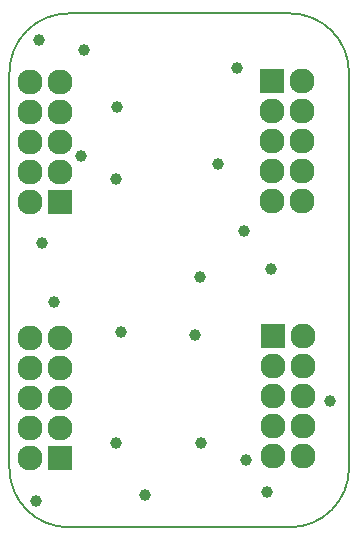
<source format=gbs>
G04 #@! TF.FileFunction,Soldermask,Bot*
%FSLAX46Y46*%
G04 Gerber Fmt 4.6, Leading zero omitted, Abs format (unit mm)*
G04 Created by KiCad (PCBNEW 4.0.2-stable) date 26.07.2016 23:04:29*
%MOMM*%
G01*
G04 APERTURE LIST*
%ADD10C,0.100000*%
%ADD11C,0.150000*%
%ADD12C,1.000000*%
%ADD13R,2.127200X2.127200*%
%ADD14O,2.127200X2.127200*%
G04 APERTURE END LIST*
D10*
D11*
X134500000Y-156500000D02*
X134500000Y-123000000D01*
X110750000Y-161500000D02*
X129500000Y-161500000D01*
X105750000Y-123000000D02*
X105750000Y-156500000D01*
X129500000Y-118000000D02*
X110750000Y-118000000D01*
X105750000Y-156500000D02*
G75*
G03X110750000Y-161500000I5000000J0D01*
G01*
X129500000Y-161500000D02*
G75*
G03X134500000Y-156500000I0J5000000D01*
G01*
X134500000Y-123000000D02*
G75*
G03X129500000Y-118000000I-5000000J0D01*
G01*
X110750000Y-118000000D02*
G75*
G03X105750000Y-123000000I0J-5000000D01*
G01*
D12*
X111850000Y-130050000D03*
X114900000Y-125900000D03*
X123400000Y-130750000D03*
X121450000Y-145200000D03*
X109550000Y-142450000D03*
X108550000Y-137450000D03*
X121900000Y-140300000D03*
X115200000Y-145000000D03*
X114800000Y-132000000D03*
X108000000Y-159250000D03*
X108250000Y-120250000D03*
X112100000Y-121100000D03*
X125000000Y-122600000D03*
X125600000Y-136400000D03*
X127900000Y-139600000D03*
X132900000Y-150800000D03*
X127600000Y-158500000D03*
X125800000Y-155800000D03*
X122000000Y-154400000D03*
X114800000Y-154400000D03*
D13*
X127960000Y-123750000D03*
D14*
X130500000Y-123750000D03*
X127960000Y-126290000D03*
X130500000Y-126290000D03*
X127960000Y-128830000D03*
X130500000Y-128830000D03*
X127960000Y-131370000D03*
X130500000Y-131370000D03*
X127960000Y-133910000D03*
X130500000Y-133910000D03*
D13*
X128060000Y-145350000D03*
D14*
X130600000Y-145350000D03*
X128060000Y-147890000D03*
X130600000Y-147890000D03*
X128060000Y-150430000D03*
X130600000Y-150430000D03*
X128060000Y-152970000D03*
X130600000Y-152970000D03*
X128060000Y-155510000D03*
X130600000Y-155510000D03*
D13*
X110000000Y-155600000D03*
D14*
X107460000Y-155600000D03*
X110000000Y-153060000D03*
X107460000Y-153060000D03*
X110000000Y-150520000D03*
X107460000Y-150520000D03*
X110000000Y-147980000D03*
X107460000Y-147980000D03*
X110000000Y-145440000D03*
X107460000Y-145440000D03*
D13*
X110000000Y-134000000D03*
D14*
X107460000Y-134000000D03*
X110000000Y-131460000D03*
X107460000Y-131460000D03*
X110000000Y-128920000D03*
X107460000Y-128920000D03*
X110000000Y-126380000D03*
X107460000Y-126380000D03*
X110000000Y-123840000D03*
X107460000Y-123840000D03*
D12*
X117200000Y-158800000D03*
M02*

</source>
